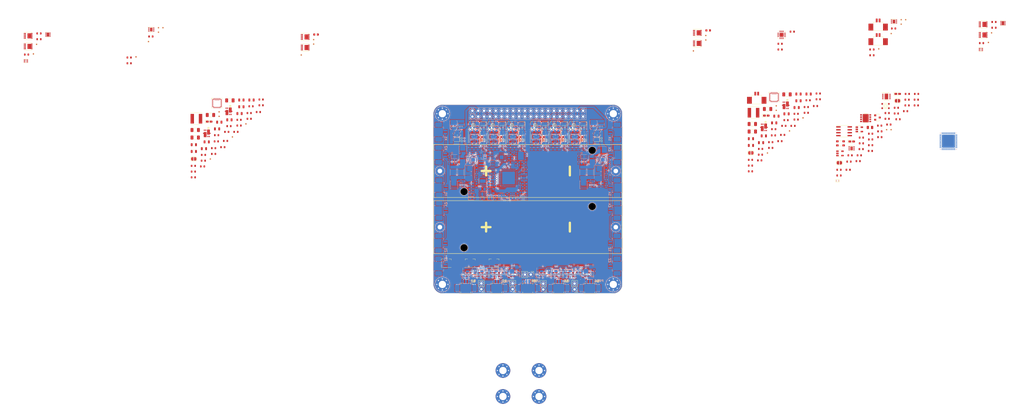
<source format=kicad_pcb>
(kicad_pcb (version 20210623) (generator pcbnew)

  (general
    (thickness 1)
  )

  (paper "A4")
  (title_block
    (title "BUTCube - EPS")
    (date "2021-08-20")
    (rev "v1.0")
    (company "VUT - FIT(STRaDe) & FME(IAE & IPE)")
    (comment 1 "Author: Petr Malaník")
  )

  (layers
    (0 "F.Cu" signal)
    (1 "In1.Cu" power)
    (2 "In2.Cu" mixed)
    (31 "B.Cu" signal)
    (32 "B.Adhes" user "B.Adhesive")
    (33 "F.Adhes" user "F.Adhesive")
    (34 "B.Paste" user)
    (35 "F.Paste" user)
    (36 "B.SilkS" user "B.Silkscreen")
    (37 "F.SilkS" user "F.Silkscreen")
    (38 "B.Mask" user)
    (39 "F.Mask" user)
    (40 "Dwgs.User" user "User.Drawings")
    (41 "Cmts.User" user "User.Comments")
    (42 "Eco1.User" user "User.Eco1")
    (43 "Eco2.User" user "User.Eco2")
    (44 "Edge.Cuts" user)
    (45 "Margin" user)
    (46 "B.CrtYd" user "B.Courtyard")
    (47 "F.CrtYd" user "F.Courtyard")
    (48 "B.Fab" user)
    (49 "F.Fab" user)
    (50 "User.1" user)
    (51 "User.2" user)
    (52 "User.3" user)
    (53 "User.4" user)
    (54 "User.5" user)
    (55 "User.6" user)
    (56 "User.7" user)
    (57 "User.8" user)
    (58 "User.9" user)
  )

  (setup
    (stackup
      (layer "F.SilkS" (type "Top Silk Screen"))
      (layer "F.Paste" (type "Top Solder Paste"))
      (layer "F.Mask" (type "Top Solder Mask") (color "Green") (thickness 0.01))
      (layer "F.Cu" (type "copper") (thickness 0.035))
      (layer "dielectric 1" (type "core") (thickness 0.28) (material "FR4") (epsilon_r 4.5) (loss_tangent 0.02))
      (layer "In1.Cu" (type "copper") (thickness 0.035))
      (layer "dielectric 2" (type "prepreg") (thickness 0.28) (material "FR4") (epsilon_r 4.5) (loss_tangent 0.02))
      (layer "In2.Cu" (type "copper") (thickness 0.035))
      (layer "dielectric 3" (type "core") (thickness 0.28) (material "FR4") (epsilon_r 4.5) (loss_tangent 0.02))
      (layer "B.Cu" (type "copper") (thickness 0.035))
      (layer "B.Mask" (type "Bottom Solder Mask") (color "Green") (thickness 0.01))
      (layer "B.Paste" (type "Bottom Solder Paste"))
      (layer "B.SilkS" (type "Bottom Silk Screen"))
      (copper_finish "Immersion gold")
      (dielectric_constraints no)
    )
    (pad_to_mask_clearance 0)
    (pcbplotparams
      (layerselection 0x00010fc_ffffffff)
      (disableapertmacros false)
      (usegerberextensions false)
      (usegerberattributes true)
      (usegerberadvancedattributes true)
      (creategerberjobfile true)
      (svguseinch false)
      (svgprecision 6)
      (excludeedgelayer true)
      (plotframeref false)
      (viasonmask false)
      (mode 1)
      (useauxorigin false)
      (hpglpennumber 1)
      (hpglpenspeed 20)
      (hpglpendiameter 15.000000)
      (dxfpolygonmode true)
      (dxfimperialunits true)
      (dxfusepcbnewfont true)
      (psnegative false)
      (psa4output false)
      (plotreference true)
      (plotvalue true)
      (plotinvisibletext false)
      (sketchpadsonfab false)
      (subtractmaskfromsilk false)
      (outputformat 1)
      (mirror false)
      (drillshape 1)
      (scaleselection 1)
      (outputdirectory "")
    )
  )

  (net 0 "")
  (net 1 "Net-(C1-Pad1)")
  (net 2 "VBUS")
  (net 3 "/Unit #1/MCU/MCU_POWER")
  (net 4 "/Unit #1/Battery charger/BAT")
  (net 5 "/Unit #1/Battery charger/SOLAR_IN")
  (net 6 "/USB power/USB_POWER")
  (net 7 "Net-(C6-Pad1)")
  (net 8 "Net-(C6-Pad2)")
  (net 9 "Net-(C7-Pad1)")
  (net 10 "GND")
  (net 11 "Net-(C7-Pad2)")
  (net 12 "Net-(C8-Pad1)")
  (net 13 "/Unit #1/Battery charger/PMID")
  (net 14 "/Unit #1/Battery charger/SYS")
  (net 15 "/Unit #1/Battery charger/REGN")
  (net 16 "/Unit #1/Activation control/PWR_OUT")
  (net 17 "Net-(C29-Pad1)")
  (net 18 "/Unit #1/MCU/OUT_CUR")
  (net 19 "Net-(C32-Pad1)")
  (net 20 "/Unit #1/MCU/VREF")
  (net 21 "Net-(C47-Pad1)")
  (net 22 "/Unit #2/MCU/MCU_POWER")
  (net 23 "/Unit #2/Battery charger/SOLAR_IN")
  (net 24 "Net-(C52-Pad1)")
  (net 25 "Net-(C52-Pad2)")
  (net 26 "Net-(C53-Pad1)")
  (net 27 "Net-(C53-Pad2)")
  (net 28 "Net-(C54-Pad1)")
  (net 29 "/Unit #2/Battery charger/PMID")
  (net 30 "/Unit #2/Battery charger/SYS")
  (net 31 "/Unit #2/Battery charger/REGN")
  (net 32 "/Unit #2/Activation control/PWR_OUT")
  (net 33 "Net-(C75-Pad1)")
  (net 34 "/Unit #2/MCU/OUT_CUR")
  (net 35 "Net-(C78-Pad1)")
  (net 36 "/Unit #2/MCU/VREF")
  (net 37 "Net-(C93-Pad1)")
  (net 38 "Net-(C94-Pad1)")
  (net 39 "/Unit #1/Output control/PWR_OUT")
  (net 40 "Net-(C96-Pad1)")
  (net 41 "Net-(C97-Pad1)")
  (net 42 "/Unit #2/Output control/PWR_OUT")
  (net 43 "Net-(C101-Pad1)")
  (net 44 "Net-(C102-Pad1)")
  (net 45 "Net-(C106-Pad1)")
  (net 46 "Net-(C107-Pad1)")
  (net 47 "Net-(C111-Pad1)")
  (net 48 "Net-(C112-Pad1)")
  (net 49 "Net-(C116-Pad1)")
  (net 50 "Net-(C117-Pad1)")
  (net 51 "Net-(C121-Pad1)")
  (net 52 "Net-(C122-Pad1)")
  (net 53 "/Unit #1/ADC/VBAT_CUR")
  (net 54 "/Unit #2/ADC/VBAT_CUR")
  (net 55 "Net-(C129-Pad1)")
  (net 56 "Net-(C130-Pad1)")
  (net 57 "Net-(C131-Pad1)")
  (net 58 "Net-(C132-Pad1)")
  (net 59 "Net-(C133-Pad1)")
  (net 60 "/Unit #2/Activation control/Activation logic/PWR_IN")
  (net 61 "Net-(C138-Pad1)")
  (net 62 "Net-(C139-Pad1)")
  (net 63 "Net-(C140-Pad1)")
  (net 64 "Net-(C141-Pad1)")
  (net 65 "Net-(C142-Pad1)")
  (net 66 "/Unit #1/Activation control/Activation logic/PWR_IN")
  (net 67 "Net-(D2-Pad2)")
  (net 68 "/Stack connector/CAN_L")
  (net 69 "/Stack connector/CAN_H")
  (net 70 "/Unit #1/ADC/1V8_CUR")
  (net 71 "/Unit #2/ADC/1V8_CUR")
  (net 72 "/Unit #1/ADC/3V3_CUR")
  (net 73 "/Unit #2/ADC/3V3_CUR")
  (net 74 "/Unit #1/ADC/5V_CUR")
  (net 75 "/Unit #2/ADC/5V_CUR")
  (net 76 "/Unit #1/Activation control/PWR_IN")
  (net 77 "/Unit #1/MCU/POWER")
  (net 78 "Net-(F3-Pad2)")
  (net 79 "/Unit #2/Activation control/PWR_IN")
  (net 80 "/Unit #2/MCU/POWER")
  (net 81 "Net-(F6-Pad2)")
  (net 82 "Net-(F7-Pad1)")
  (net 83 "/Unit #1/1V8")
  (net 84 "Net-(F8-Pad1)")
  (net 85 "/Unit #2/1V8")
  (net 86 "Net-(F9-Pad1)")
  (net 87 "/Unit #1/3V3")
  (net 88 "Net-(F10-Pad1)")
  (net 89 "/Unit #2/3V3")
  (net 90 "Net-(F11-Pad1)")
  (net 91 "/Unit #1/5V")
  (net 92 "Net-(F12-Pad1)")
  (net 93 "/Unit #2/5V")
  (net 94 "Net-(F13-Pad1)")
  (net 95 "/Unit #1/VBAT")
  (net 96 "Net-(F14-Pad1)")
  (net 97 "/Unit #2/VBAT")
  (net 98 "Net-(J7-Pad1)")
  (net 99 "/Unit #1/MCU/DBG_TX")
  (net 100 "/Unit #1/MCU/DBG_RX")
  (net 101 "/Unit #1/MCU/SWCLK")
  (net 102 "/Unit #1/MCU/SWDIO")
  (net 103 "/Unit #1/Battery temperature control/NTC_OUT")
  (net 104 "Net-(J11-Pad1)")
  (net 105 "/Stack connector/EPS#1_CHARGE")
  (net 106 "/Stack connector/RS_485_~{B}")
  (net 107 "/Stack connector/RS_485_A")
  (net 108 "/Stack connector/EPS#2_CHARGE")
  (net 109 "Net-(J19-Pad1)")
  (net 110 "/Unit #2/MCU/DBG_TX")
  (net 111 "/Unit #2/MCU/DBG_RX")
  (net 112 "/Unit #2/MCU/SWCLK")
  (net 113 "/Unit #2/MCU/SWDIO")
  (net 114 "/Unit #2/Battery temperature control/NTC_OUT")
  (net 115 "Net-(J23-Pad1)")
  (net 116 "/Activation switches/RBF_PIN")
  (net 117 "/Activation switches/SW_#1")
  (net 118 "/Activation switches/SW_#2")
  (net 119 "/Activation switches/SW_#3")
  (net 120 "/Activation switches/SW_#4")
  (net 121 "Net-(JP1-Pad2)")
  (net 122 "Net-(JP2-Pad1)")
  (net 123 "/Unit #1/MCU/NRST")
  (net 124 "Net-(JP3-Pad1)")
  (net 125 "Net-(JP3-Pad2)")
  (net 126 "Net-(JP4-Pad2)")
  (net 127 "Net-(JP5-Pad1)")
  (net 128 "/Unit #2/MCU/NRST")
  (net 129 "Net-(JP6-Pad1)")
  (net 130 "Net-(JP6-Pad2)")
  (net 131 "Net-(L3-Pad1)")
  (net 132 "Net-(L3-Pad2)")
  (net 133 "Net-(L4-Pad1)")
  (net 134 "Net-(L4-Pad2)")
  (net 135 "Net-(L5-Pad1)")
  (net 136 "Net-(L5-Pad2)")
  (net 137 "Net-(L6-Pad1)")
  (net 138 "Net-(L6-Pad2)")
  (net 139 "Net-(L7-Pad1)")
  (net 140 "Net-(L7-Pad2)")
  (net 141 "Net-(L8-Pad1)")
  (net 142 "Net-(L8-Pad2)")
  (net 143 "Net-(Q1-PadG1)")
  (net 144 "Net-(Q1-PadS1)")
  (net 145 "Net-(Q2-PadG1)")
  (net 146 "Net-(Q2-PadS1)")
  (net 147 "/Unit #1/Activation control/Activation logic/SEP_EN")
  (net 148 "Net-(Q3-Pad5)")
  (net 149 "/Unit #1/Activation control/Activation logic/RBF_EN")
  (net 150 "Net-(Q5-Pad1)")
  (net 151 "Net-(Q5-Pad3)")
  (net 152 "Net-(Q7-Pad1)")
  (net 153 "Net-(Q7-Pad4)")
  (net 154 "Net-(Q7-Pad5)")
  (net 155 "Net-(Q9-PadG1)")
  (net 156 "Net-(Q9-PadS1)")
  (net 157 "Net-(Q10-PadG1)")
  (net 158 "Net-(Q10-PadS1)")
  (net 159 "/Unit #2/Activation control/Activation logic/SEP_EN")
  (net 160 "Net-(Q11-Pad5)")
  (net 161 "/Unit #2/Activation control/Activation logic/RBF_EN")
  (net 162 "Net-(Q13-Pad1)")
  (net 163 "Net-(Q13-Pad3)")
  (net 164 "Net-(Q15-Pad1)")
  (net 165 "Net-(Q15-Pad4)")
  (net 166 "Net-(Q15-Pad5)")
  (net 167 "Net-(Q17-Pad4)")
  (net 168 "Net-(Q17-Pad5)")
  (net 169 "Net-(Q18-Pad1)")
  (net 170 "Net-(Q18-Pad4)")
  (net 171 "Net-(Q19-Pad4)")
  (net 172 "Net-(Q19-Pad5)")
  (net 173 "Net-(Q20-Pad1)")
  (net 174 "Net-(Q20-Pad4)")
  (net 175 "/Unit #1/Power supplies/Power_supply_1V8/PER_POWER")
  (net 176 "/Unit #1/MCU/1V8_EN")
  (net 177 "/Unit #2/Power supplies/Power_supply_1V8/PER_POWER")
  (net 178 "/Unit #2/MCU/1V8_EN")
  (net 179 "/Unit #1/MCU/3V3_EN")
  (net 180 "/Unit #2/MCU/3V3_EN")
  (net 181 "/Unit #1/Power supplies/Power_supply_5V/PER_POWER")
  (net 182 "/Unit #1/MCU/5V_EN")
  (net 183 "/Unit #2/Power supplies/Power_supply_5V/PER_POWER")
  (net 184 "/Unit #2/MCU/5V_EN")
  (net 185 "Net-(Q27-Pad1)")
  (net 186 "/Unit #1/MCU/VBAT_EN")
  (net 187 "Net-(Q28-Pad1)")
  (net 188 "/Unit #2/MCU/VBAT_EN")
  (net 189 "/Unit #1/Battery charger/D+")
  (net 190 "/Unit #1/Battery charger/D-")
  (net 191 "Net-(R5-Pad2)")
  (net 192 "Net-(R6-Pad2)")
  (net 193 "Net-(R7-Pad1)")
  (net 194 "Net-(R8-Pad2)")
  (net 195 "Net-(D1-Pad2)")
  (net 196 "Net-(R11-Pad1)")
  (net 197 "Net-(R16-Pad2)")
  (net 198 "Net-(R17-Pad2)")
  (net 199 "Net-(R18-Pad2)")
  (net 200 "Net-(R21-Pad2)")
  (net 201 "Net-(R22-Pad1)")
  (net 202 "Net-(R24-Pad2)")
  (net 203 "/Unit #1/MCU/VBAT")
  (net 204 "/Unit #1/MCU/VDDUSB")
  (net 205 "Net-(R30-Pad1)")
  (net 206 "/Unit #1/MCU/CAN_RS")
  (net 207 "/Unit #1/MCU/RS_485_R_EN")
  (net 208 "/Unit #1/MCU/RS_485_T_EN")
  (net 209 "/Unit #1/Battery temperature control/EN")
  (net 210 "/Unit #1/Battery temperature control/NTC_REF")
  (net 211 "/Unit #2/Battery charger/D+")
  (net 212 "/Unit #2/Battery charger/D-")
  (net 213 "Net-(R47-Pad2)")
  (net 214 "Net-(R57-Pad2)")
  (net 215 "/Unit #2/MCU/VBAT")
  (net 216 "/Unit #2/MCU/VDDUSB")
  (net 217 "/Unit #2/MCU/CAN_RS")
  (net 218 "/Unit #2/MCU/RS_485_R_EN")
  (net 219 "/Unit #2/MCU/RS_485_T_EN")
  (net 220 "/Unit #2/Battery temperature control/EN")
  (net 221 "/Unit #2/Battery temperature control/NTC_REF")
  (net 222 "Net-(R82-Pad1)")
  (net 223 "Net-(R91-Pad2)")
  (net 224 "Net-(R98-Pad2)")
  (net 225 "Net-(R105-Pad2)")
  (net 226 "Net-(R112-Pad2)")
  (net 227 "Net-(R119-Pad2)")
  (net 228 "/Unit #1/Battery temperature control/~{FAULT}")
  (net 229 "/Unit #2/Battery temperature control/~{FAULT}")
  (net 230 "Net-(TP61-Pad1)")
  (net 231 "Net-(TP62-Pad1)")
  (net 232 "Net-(TP63-Pad1)")
  (net 233 "Net-(TP64-Pad1)")
  (net 234 "Net-(TP67-Pad1)")
  (net 235 "Net-(TP69-Pad1)")
  (net 236 "Net-(TP70-Pad1)")
  (net 237 "Net-(TP71-Pad1)")
  (net 238 "Net-(TP72-Pad1)")
  (net 239 "Net-(TP75-Pad1)")
  (net 240 "/Unit #1/ADC/~{CS}")
  (net 241 "/Unit #1/MCU/SPI_MISO")
  (net 242 "/Unit #1/MCU/SPI_SCK")
  (net 243 "/Unit #1/MCU/SPI_MOSI")
  (net 244 "Net-(D1-Pad1)")
  (net 245 "/Unit #1/Battery charger/SCL")
  (net 246 "/Unit #1/Battery charger/SDA")
  (net 247 "/Unit #1/Battery charger/~{INT}")
  (net 248 "/Unit #1/MCU/WDG_RESET")
  (net 249 "/Unit #1/MCU/FRAM_CS")
  (net 250 "/Unit #1/MCU/LSE")
  (net 251 "/Unit #1/MCU/HSE")
  (net 252 "/Unit #1/Battery charger/BAT_ALERT")
  (net 253 "/Unit #1/MCU/RS_485_R")
  (net 254 "/Unit #1/MCU/RS_485_T")
  (net 255 "/Unit #1/MCU/CAN_RX")
  (net 256 "/Unit #1/MCU/CAN_TX")
  (net 257 "/Unit #2/ADC/~{CS}")
  (net 258 "/Unit #2/MCU/SPI_MISO")
  (net 259 "/Unit #2/MCU/SPI_SCK")
  (net 260 "/Unit #2/MCU/SPI_MOSI")
  (net 261 "Net-(D5-Pad1)")
  (net 262 "/Unit #2/Battery charger/SCL")
  (net 263 "/Unit #2/Battery charger/SDA")
  (net 264 "/Unit #2/Battery charger/~{INT}")
  (net 265 "/Unit #2/MCU/WDG_RESET")
  (net 266 "/Unit #2/MCU/FRAM_CS")
  (net 267 "/Unit #2/MCU/LSE")
  (net 268 "/Unit #2/MCU/HSE")
  (net 269 "/Unit #2/Battery charger/BAT_ALERT")
  (net 270 "/Unit #2/MCU/RS_485_R")
  (net 271 "/Unit #2/MCU/RS_485_T")
  (net 272 "/Unit #2/MCU/CAN_RX")
  (net 273 "/Unit #2/MCU/CAN_TX")
  (net 274 "Net-(U52-Pad6)")
  (net 275 "Net-(U53-Pad8)")
  (net 276 "Net-(U54-Pad12)")
  (net 277 "Net-(U48-Pad6)")
  (net 278 "Net-(U48-Pad8)")
  (net 279 "Net-(U48-Pad12)")
  (net 280 "Net-(U49-Pad10)")
  (net 281 "Net-(U49-Pad8)")
  (net 282 "Net-(U49-Pad12)")
  (net 283 "Net-(U50-Pad12)")
  (net 284 "Net-(U52-Pad8)")
  (net 285 "Net-(U52-Pad12)")
  (net 286 "Net-(U53-Pad10)")
  (net 287 "Net-(U53-Pad12)")
  (net 288 "Net-(D4-Pad1)")
  (net 289 "Net-(D7-Pad1)")
  (net 290 "Net-(D7-Pad2)")
  (net 291 "Net-(D8-Pad2)")
  (net 292 "Net-(D10-Pad1)")
  (net 293 "Net-(D11-Pad1)")
  (net 294 "/Unit #1/MCU/LED1")
  (net 295 "/Unit #1/MCU/LED2")
  (net 296 "Net-(R41-Pad1)")
  (net 297 "Net-(R46-Pad2)")
  (net 298 "Net-(R48-Pad1)")
  (net 299 "Net-(R49-Pad2)")
  (net 300 "Net-(R52-Pad1)")
  (net 301 "Net-(R58-Pad2)")
  (net 302 "Net-(R59-Pad2)")
  (net 303 "Net-(R62-Pad2)")
  (net 304 "Net-(R63-Pad1)")
  (net 305 "Net-(R65-Pad2)")
  (net 306 "Net-(R71-Pad1)")
  (net 307 "/Unit #2/MCU/LED1")
  (net 308 "/Unit #2/MCU/LED2")
  (net 309 "Net-(R84-Pad1)")
  (net 310 "Net-(R86-Pad1)")
  (net 311 "Net-(R88-Pad2)")
  (net 312 "Net-(R89-Pad1)")
  (net 313 "Net-(R95-Pad2)")
  (net 314 "Net-(R96-Pad1)")
  (net 315 "Net-(R102-Pad2)")
  (net 316 "Net-(R103-Pad1)")
  (net 317 "Net-(R109-Pad2)")
  (net 318 "Net-(R110-Pad1)")
  (net 319 "Net-(R116-Pad2)")
  (net 320 "Net-(R117-Pad1)")
  (net 321 "Net-(R123-Pad2)")
  (net 322 "Net-(R124-Pad1)")
  (net 323 "Net-(R126-Pad2)")
  (net 324 "Net-(R132-Pad2)")
  (net 325 "Net-(R137-Pad2)")
  (net 326 "/Unit #2/Battery charger/BAT")
  (net 327 "/Unit #1/Battery charger/BAT+")
  (net 328 "/Unit #2/Battery charger/BAT+")

  (footprint "TCY_passives:C_0603_1608Metric" (layer "F.Cu") (at -6.69 62.6))

  (footprint "TCY_passives:C_0603_1608Metric" (layer "F.Cu") (at 252.82 41.71))

  (footprint "TCY_passives:R_0603_1608Metric" (layer "F.Cu") (at 227.69 63.37))

  (footprint "Diode_SMD:D_SOD-323F" (layer "F.Cu") (at 95.1 59.325 180))

  (footprint "TCY_passives:C_0603_1608Metric" (layer "F.Cu") (at 261.855 74.97))

  (footprint "TCY_IC:VQFN-HR_29(34)_4x4mm_P0.4mm" (layer "F.Cu") (at 233.555 40.775))

  (footprint "TCY_passives:R_0603_1608Metric" (layer "F.Cu") (at 93.1 53.725 90))

  (footprint "Package_TO_SOT_SMD:SOT-23-5" (layer "F.Cu") (at 262.275 65.33))

  (footprint "TCY_passives:R_0603_1608Metric" (layer "F.Cu") (at 276.2 19.99))

  (footprint "MountingHole:MountingHole_3.2mm_M3_Pad_Via" (layer "F.Cu") (at 89 122.5))

  (footprint "TCY_passives:R_0603_1608Metric" (layer "F.Cu") (at 107.05 58.2))

  (footprint "TCY_passives:C_0603_1608Metric" (layer "F.Cu") (at -15.51 71.01))

  (footprint "TCY_connectors:TestPoint_Pad_D0.5mm" (layer "F.Cu") (at 158.4 59.9))

  (footprint "TCY_connectors:Amphenol_10114830-11102LF_1x02_P1.25mm_Horizontal" (layer "F.Cu") (at 99.25 122))

  (footprint "TCY_passives:R_0603_1608Metric" (layer "F.Cu") (at 113.7 118.2 -90))

  (footprint "TCY_passives:R_0603_1608Metric" (layer "F.Cu") (at 276.2 22.5))

  (footprint "TCY_passives:R_0603_1608Metric" (layer "F.Cu") (at 151.187255 118.138244 -90))

  (footprint "TCY_passives:R_0603_1608Metric" (layer "F.Cu") (at 266.705 66.18))

  (footprint "TCY_connectors:TestPoint_Pad_D0.5mm" (layer "F.Cu") (at -44.52 23.21))

  (footprint "TCY_connectors:TestPoint_Pad_D0.5mm" (layer "F.Cu") (at -12.13 67.78))

  (footprint "TCY_passives:R_0603_1608Metric" (layer "F.Cu") (at 295.555 41.88))

  (footprint "TCY_passives:R_0603_1608Metric" (layer "F.Cu") (at 223.28 70.65))

  (footprint "Connector_PinHeader_2.54mm:PinHeader_1x02_P2.54mm_Vertical" (layer "F.Cu") (at 146.6 124.675 180))

  (footprint "TCY_passives:C_0603_1608Metric" (layer "F.Cu") (at 287.585 50.43))

  (footprint "TCY_passives:R_0603_1608Metric" (layer "F.Cu") (at 248.41 42.15))

  (footprint "TCY_passives:R_0603_1608Metric" (layer "F.Cu") (at -38.05 14.32))

  (footprint "TCY_passives:R_0603_1608Metric" (layer "F.Cu") (at -86.81 12.98))

  (footprint "TCY_passives:R_0603_1608Metric" (layer "F.Cu") (at 290.875 46.9))

  (footprint "TCY_passives:R_0603_1608Metric" (layer "F.Cu") (at 115.45 55.4))

  (footprint "TCY_passives:R_0603_1608Metric" (layer "F.Cu") (at 150.8 54 180))

  (footprint "TCY_connectors:TestPoint_Pad_D0.5mm" (layer "F.Cu") (at -39.08 16.55))

  (footprint "TCY_connectors:TestPoint_Pad_D0.5mm" (layer "F.Cu") (at -8.29 47.2))

  (footprint "TCY_passives:C_0805_2012Metric" (layer "F.Cu") (at 233.61 52.02))

  (footprint "TCY_passives:R_0603_1608Metric" (layer "F.Cu") (at -10.7 63.04))

  (footprint "TCY_passives:R_0603_1608Metric" (layer "F.Cu") (at 237.31 57.26))

  (footprint "TCY_passives:R_0603_1608Metric" (layer "F.Cu") (at 131.987255 118.138244 90))

  (footprint "TCY_passives:C_0603_1608Metric" (layer "F.Cu") (at 282.855 50.23))

  (footprint "TCY_passives:R_0603_1608Metric" (layer "F.Cu") (at 271.625 60.94))

  (footprint "TCY_passives:C_0603_1608Metric" (layer "F.Cu") (at 223.28 73.16))

  (footprint "TCY_connectors:TestPoint_Pad_D0.5mm" (layer "F.Cu") (at 290.92 6.99))

  (footprint "Package_SO:Vishay_PowerPAK_1212-8_Single" (layer "F.Cu") (at 200.13 17.32))

  (footprint "Package_SO:Vishay_PowerPAK_1212-8_Single" (layer "F.Cu") (at 200.13 12.71))

  (footprint "TCY_passives:R_0603_1608Metric" (layer "F.Cu") (at 238.79 50.8))

  (footprint "TCY_connectors:TestPoint_Pad_D0.5mm" (layer "F.Cu") (at 114.675 59.5))

  (footprint "TCY_passives:C_0805_2012Metric" (layer "F.Cu") (at -9.19 54.64))

  (footprint "TCY_connectors:TestPoint_Pad_D0.5mm" (layer "F.Cu") (at 107.825 59.5))

  (footprint "TCY_passives:C_0805_2012Metric" (layer "F.Cu") (at -8.22 51.69))

  (footprint "TCY_connectors:TestPoint_Pad_D0.5mm" (layer "F.Cu") (at 124.625 59.5))

  (footprint "Diode_SMD:D_SOD-323F" (layer "F.Cu") (at 106.7 52.25 180))

  (footprint "TCY_oscillators:CSP-4_1.5x0.8mm" (layer "F.Cu") (at 261.21 77.285))

  (footprint "TCY_passives:R_0603_1608Metric" (layer "F.Cu") (at 275.635 56.73))

  (footprint "TCY_passives:C_0603_1608Metric" (layer "F.Cu") (at 236.11 59.98))

  (footprint "TCY_connectors:TestPoint_Pad_D0.5mm" (layer "F.Cu") (at 3.38 52.46))

  (footprint "TCY_passives:C_0603_1608Metric" (layer "F.Cu") (at 138.787255 118.138244 -90))

  (footprint "TCY_passives:R_0603_1608Metric" (layer "F.Cu") (at 223.28 68.14))

  (footprint "TCY_passives:C_0603_1608Metric" (layer "F.Cu") (at 10.02 41.82))

  (footprint "TCY_passives:C_0603_1608Metric" (layer "F.Cu") (at 295.655 39.37))

  (footprint "TCY_passives:R_0603_1608Metric" (layer "F.Cu") (at 120.5 118.2 90))

  (footprint "TCY_passives:C_0805_2012Metric" (layer "F.Cu") (at 243.4 45.32))

  (footprint "Diode_SMD:D_SOD-323F" (layer "F.Cu") (at 133.65 52.25 180))

  (footprint "Fuse:Fuse_0603_1608Metric" (layer "F.Cu") (at 33.94 13.46))

  (footprint "TCY_passives:C_0805_2012Metric" (layer "F.Cu")
    (tedit 613075DC) (tstamp 3ca24b94-e572-4b05-8ab9-bb4820539a14)
    (at 238.99 48.07)
    (descr "Capacitor SMD 0805 (2012 Metric), square (rectangular) end terminal, IPC_7351 nominal, (Body size source: https://docs.google.com/spreadsheets/d/1BsfQQcO9C6DZCsRaXUlFlo91Tg2WpOkGARC1WS5S8t0/edit?usp=sharing), generated with kicad-footprint-generator")
    (tags "capacitor")
    (property "Sheetfile" "Battery_charger.kicad_sch")
    (property "Sheetname" "Battery charger")
    (path "/4b3a0e0d-cdd4-41ca-aa78-0f9d521766f0/69a229f7-d3f6-4b7d-9358-aa1002ac32e6/3906c072-6efd-4ba5-b04f-a1fc530d3116")
    (attr smd)
    (fp_text reference "C69" (at 0 -1.65) (layer "F.SilkS") hide
      (effects (font (size 1 1) (thickness 0.15)))
      (tstamp 89d39b4e-b7f8-494b-ac41-54a9ba28bf6b)
    )
    (fp_text value "10uF" (at 0 1.65) (layer "F.Fab")
      (effects (font (size 1 1) (thickness 0.15)))
      (tstamp 32fbdd89-6520-4800-abff-c5fdc87eef75)
    )
    (fp_text user "${REFERENCE}" (at 0 0) (layer "F.Fab") hide
      (effects (font (size 0.5 0.5) (thickness 0.08)))
      (tstamp 8dab5196-1a3e-4e38-b46d-24a8116ca55d)
    )
    (fp_line (start -0.258578 0.71) (end 0.258578 0.71) (layer "F.SilkS") (width 0.12) (tstamp 16fcd47a-9ad0-406b-a72d-c03e1f1681f3))
    (fp_line (start -0.258578 -0.71) (end 0.258578 -0.71) (layer "F.SilkS") (width 0.12) (tstamp 8c942c44-4781-4c9f-98b8-fec64fde1568))
    (fp_line (start 1.5 0.8) (end -1.5 0.8) (layer "F.CrtYd") (width 0.05) (tstamp 27dfb97f-e444-4f18-82c2-0dbebdf30b22))
    (fp_line (start 1.5 -0.8) (end 1.5 0.8) (layer "F.CrtYd") (width 0.05) (tstamp 7462f699-bc84-41dc-9960-e6e39affd8e1))
    (fp_line (start -1.5 -0.8) (end 1.5 -0.8) (layer "F.CrtYd") (width 0.05) (tstamp 8e387e4f-9402-4e6b-bc6d-5b427e3cf0e6))
    (fp_line (start -1.5 0.8) (end -1.5 -0.8) (layer "F.CrtYd") (width 0.05) (tstamp d992318b-0535-47c5-a178-021139f7c015))
    (fp_line (start -1 0.6) (end -1 -0.6) (layer "F.Fab") (width 0.1) (tstamp 97869767-da51-4ab2-9700-1bb8369f8abf))
    (fp_line (start -1 -0.6) (end 1 -0.6) (layer "F.Fab") (width 0.1) (tstamp b2baf43e-f27a-4022-9f95-2bedebfbf8df))
    (fp_line (start 1 0.6) (end -1 0.6) (layer "F.Fab") (width 0.1) (tstamp e2c4c708-6834-4bb1-ba3e-03989b6e47a5))
    (fp_line (start 1 -0.6) (end 1 0.6) (layer "F.Fab") (width 0.1) (tstamp eba1cbba-bd8f-4fef-a54f-49016716018a))
    (pad "1" smd roundrect locked (at -0.9375 0) (size 0.8 1.3) (layers "F.Cu" "F.Paste" "F.Mask") (roundrect_rratio 0.25)
      (net 30 "/Unit #2/Battery charger/SYS") (pintype "passive") (tstamp 46576261-eae2-4fe5-af4e-60a026fe1c27))
    (pad "2" smd roundrect locked (at 0.9375 0) (size 0.8 1.3) (layers "F.Cu" "F.Paste" "F.Mask") (roundrect_rratio 0.25)
  
... [5659177 chars truncated]
</source>
